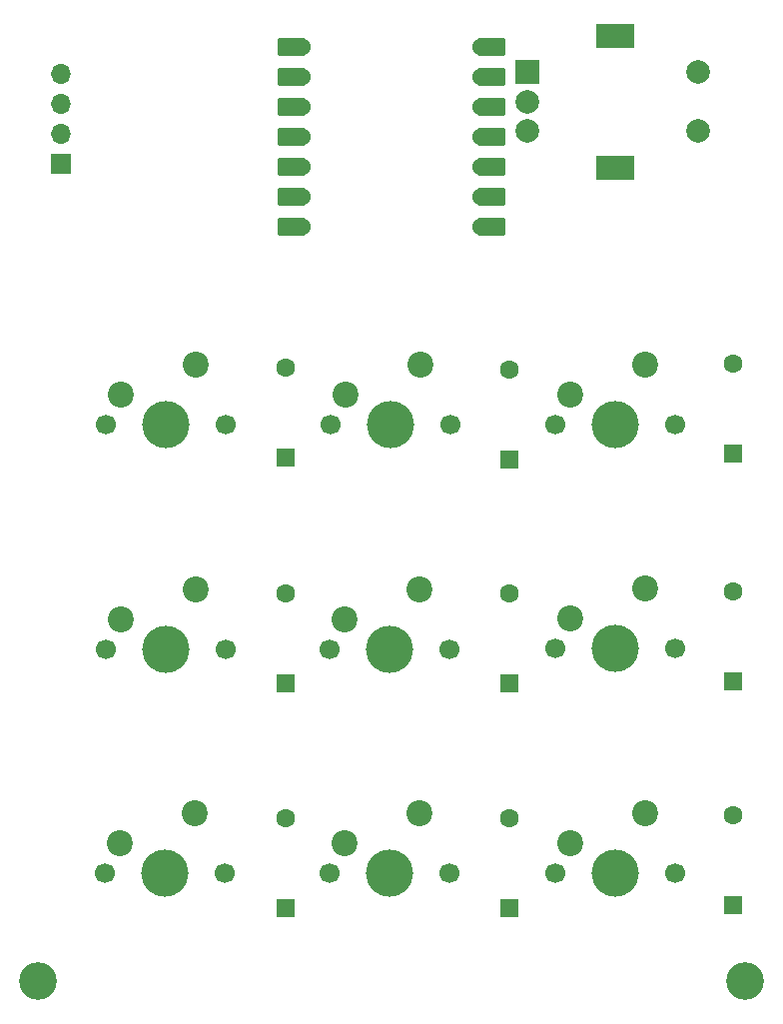
<source format=gbr>
%TF.GenerationSoftware,KiCad,Pcbnew,9.0.7*%
%TF.CreationDate,2026-02-07T02:01:37-05:00*%
%TF.ProjectId,Keypad,4b657970-6164-42e6-9b69-6361645f7063,rev?*%
%TF.SameCoordinates,Original*%
%TF.FileFunction,Soldermask,Bot*%
%TF.FilePolarity,Negative*%
%FSLAX46Y46*%
G04 Gerber Fmt 4.6, Leading zero omitted, Abs format (unit mm)*
G04 Created by KiCad (PCBNEW 9.0.7) date 2026-02-07 02:01:37*
%MOMM*%
%LPD*%
G01*
G04 APERTURE LIST*
G04 Aperture macros list*
%AMRoundRect*
0 Rectangle with rounded corners*
0 $1 Rounding radius*
0 $2 $3 $4 $5 $6 $7 $8 $9 X,Y pos of 4 corners*
0 Add a 4 corners polygon primitive as box body*
4,1,4,$2,$3,$4,$5,$6,$7,$8,$9,$2,$3,0*
0 Add four circle primitives for the rounded corners*
1,1,$1+$1,$2,$3*
1,1,$1+$1,$4,$5*
1,1,$1+$1,$6,$7*
1,1,$1+$1,$8,$9*
0 Add four rect primitives between the rounded corners*
20,1,$1+$1,$2,$3,$4,$5,0*
20,1,$1+$1,$4,$5,$6,$7,0*
20,1,$1+$1,$6,$7,$8,$9,0*
20,1,$1+$1,$8,$9,$2,$3,0*%
G04 Aperture macros list end*
%ADD10RoundRect,0.152400X1.063600X0.609600X-1.063600X0.609600X-1.063600X-0.609600X1.063600X-0.609600X0*%
%ADD11C,1.524000*%
%ADD12RoundRect,0.152400X-1.063600X-0.609600X1.063600X-0.609600X1.063600X0.609600X-1.063600X0.609600X0*%
%ADD13R,2.000000X2.000000*%
%ADD14C,2.000000*%
%ADD15R,3.200000X2.000000*%
%ADD16O,1.700000X1.700000*%
%ADD17R,1.700000X1.700000*%
%ADD18C,1.700000*%
%ADD19C,4.000000*%
%ADD20C,2.200000*%
%ADD21C,3.200000*%
%ADD22RoundRect,0.250000X0.550000X-0.550000X0.550000X0.550000X-0.550000X0.550000X-0.550000X-0.550000X0*%
%ADD23C,1.600000*%
G04 APERTURE END LIST*
D10*
%TO.C,U1*%
X137545000Y-50880000D03*
D11*
X138380000Y-50880000D03*
D10*
X137545000Y-53420000D03*
D11*
X138380000Y-53420000D03*
D10*
X137545000Y-55960000D03*
D11*
X138380000Y-55960000D03*
D10*
X137545000Y-58500000D03*
D11*
X138380000Y-58500000D03*
D10*
X137545000Y-61040000D03*
D11*
X138380000Y-61040000D03*
D10*
X137545000Y-63580000D03*
D11*
X138380000Y-63580000D03*
D10*
X137545000Y-66120000D03*
D11*
X138380000Y-66120000D03*
X153620000Y-66120000D03*
D12*
X154455000Y-66120000D03*
D11*
X153620000Y-63580000D03*
D12*
X154455000Y-63580000D03*
D11*
X153620000Y-61040000D03*
D12*
X154455000Y-61040000D03*
D11*
X153620000Y-58500000D03*
D12*
X154455000Y-58500000D03*
D11*
X153620000Y-55960000D03*
D12*
X154455000Y-55960000D03*
D11*
X153620000Y-53420000D03*
D12*
X154455000Y-53420000D03*
D11*
X153620000Y-50880000D03*
D12*
X154455000Y-50880000D03*
%TD*%
D13*
%TO.C,SW0*%
X157500000Y-53000000D03*
D14*
X157500000Y-58000000D03*
X157500000Y-55500000D03*
D15*
X165000000Y-49900000D03*
X165000000Y-61100000D03*
D14*
X172000000Y-58000000D03*
X172000000Y-53000000D03*
%TD*%
D16*
%TO.C,O1*%
X118000000Y-53190000D03*
X118000000Y-55730000D03*
X118000000Y-58270000D03*
D17*
X118000000Y-60810000D03*
%TD*%
D18*
%TO.C,SW5*%
X140780000Y-101880000D03*
D19*
X145860000Y-101880000D03*
D18*
X150940000Y-101880000D03*
D20*
X148400000Y-96800000D03*
X142050000Y-99340000D03*
%TD*%
D21*
%TO.C,REF\u002A\u002A*%
X116000000Y-130000000D03*
%TD*%
D18*
%TO.C,SW4*%
X140850000Y-82840000D03*
D19*
X145930000Y-82840000D03*
D18*
X151010000Y-82840000D03*
D20*
X148470000Y-77760000D03*
X142120000Y-80300000D03*
%TD*%
D18*
%TO.C,SW3*%
X121750000Y-120910000D03*
D19*
X126830000Y-120910000D03*
D18*
X131910000Y-120910000D03*
D20*
X129370000Y-115830000D03*
X123020000Y-118370000D03*
%TD*%
D22*
%TO.C,D3*%
X137000000Y-123810000D03*
D23*
X137000000Y-116190000D03*
%TD*%
D18*
%TO.C,SW1*%
X121760000Y-82840000D03*
D19*
X126840000Y-82840000D03*
D18*
X131920000Y-82840000D03*
D20*
X129380000Y-77760000D03*
X123030000Y-80300000D03*
%TD*%
D22*
%TO.C,D9*%
X175000000Y-123620000D03*
D23*
X175000000Y-116000000D03*
%TD*%
D22*
%TO.C,D1*%
X137000000Y-85620000D03*
D23*
X137000000Y-78000000D03*
%TD*%
D22*
%TO.C,D5*%
X156000000Y-104810000D03*
D23*
X156000000Y-97190000D03*
%TD*%
D22*
%TO.C,D8*%
X175000000Y-104620000D03*
D23*
X175000000Y-97000000D03*
%TD*%
D18*
%TO.C,SW9*%
X159930000Y-120910000D03*
D19*
X165010000Y-120910000D03*
D18*
X170090000Y-120910000D03*
D20*
X167550000Y-115830000D03*
X161200000Y-118370000D03*
%TD*%
D18*
%TO.C,SW8*%
X159900000Y-101870000D03*
D19*
X164980000Y-101870000D03*
D18*
X170060000Y-101870000D03*
D20*
X167520000Y-96790000D03*
X161170000Y-99330000D03*
%TD*%
D22*
%TO.C,D2*%
X137000000Y-104810000D03*
D23*
X137000000Y-97190000D03*
%TD*%
D22*
%TO.C,D7*%
X175000000Y-85300000D03*
D23*
X175000000Y-77680000D03*
%TD*%
D22*
%TO.C,D4*%
X156000000Y-85810000D03*
D23*
X156000000Y-78190000D03*
%TD*%
D18*
%TO.C,SW7*%
X159900000Y-82830000D03*
D19*
X164980000Y-82830000D03*
D18*
X170060000Y-82830000D03*
D20*
X167520000Y-77750000D03*
X161170000Y-80290000D03*
%TD*%
D21*
%TO.C,REF\u002A\u002A*%
X176000000Y-130000000D03*
%TD*%
D22*
%TO.C,D6*%
X156000000Y-123810000D03*
D23*
X156000000Y-116190000D03*
%TD*%
D18*
%TO.C,SW6*%
X140780000Y-120910000D03*
D19*
X145860000Y-120910000D03*
D18*
X150940000Y-120910000D03*
D20*
X148400000Y-115830000D03*
X142050000Y-118370000D03*
%TD*%
D18*
%TO.C,SW2*%
X121760000Y-101890000D03*
D19*
X126840000Y-101890000D03*
D18*
X131920000Y-101890000D03*
D20*
X129380000Y-96810000D03*
X123030000Y-99350000D03*
%TD*%
M02*

</source>
